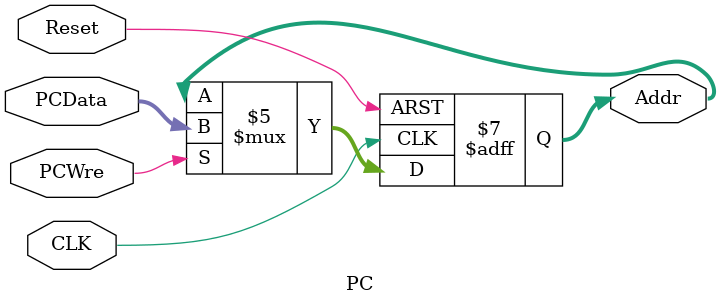
<source format=v>
`timescale 1ns / 1ps
module PC(
    input CLK,
    input Reset,// 0:初始化PC为0  1:接受新地址
    input PCWre,// 0 不更改  1 更改
    input [31:0] PCData,
    output reg [31:0] Addr
);
    always@(posedge CLK or negedge Reset) begin
        if(Reset == 0)
            Addr = 0;
        else begin 
            if (PCWre == 0)
                Addr = Addr;
            else 
                Addr = PCData;
        end
    end
endmodule


</source>
